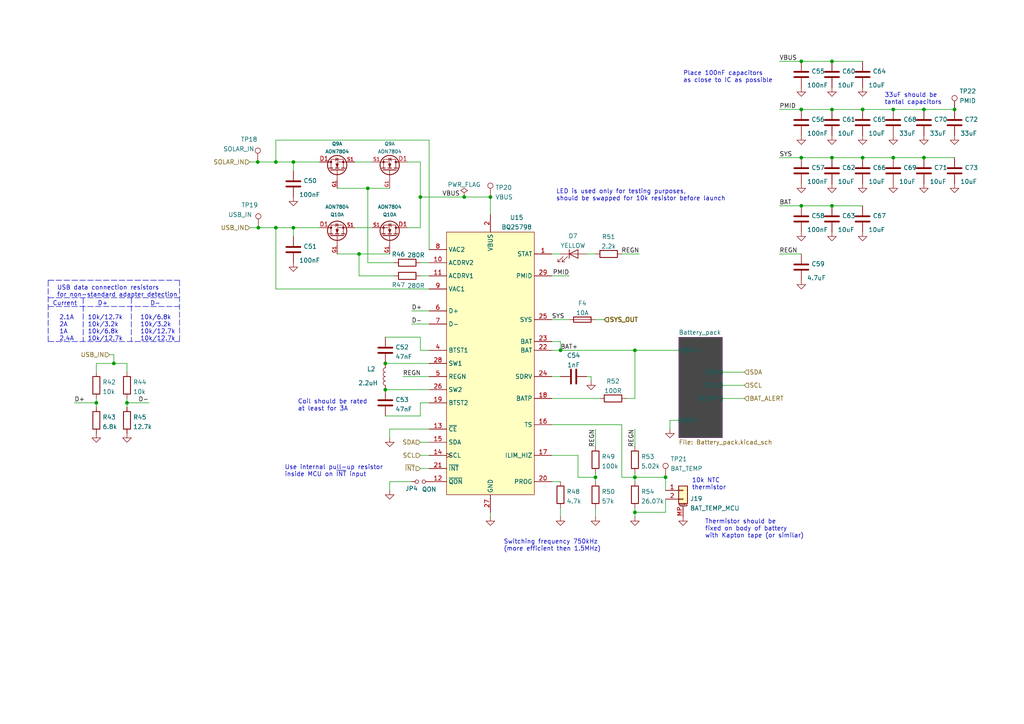
<source format=kicad_sch>
(kicad_sch (version 20210621) (generator eeschema)
  (paper "A4")
  (title_block (title "BUTCube - EPS") (date "2021-06-01") (rev "v1.0") (company "VUT - FIT(STRaDe) & FME(IAE & IPE)") (comment 1 "Author: Petr Malaník"))
  (lib_symbols
    (symbol "Connector:TestPoint" (pin_numbers hide) (pin_names (offset 0.762) hide)
      (property "Reference" "TP" (at 0 6.858 0))
      (property "Value" "TestPoint" (at 0 5.08 0))
      (symbol "TestPoint_0_1"
        (circle (center 0 3.302) (radius 0.762))
      )
      (symbol "TestPoint_1_1"
        (pin passive line (at 0 0 90) (length 2.54) (name "1") (number "1"))
      )
    )
    (symbol "Connector_Generic_MountingPin:Conn_01x02_MountingPin" (pin_names (offset 1.016) hide)
      (property "Reference" "J" (at 0 2.54 0))
      (property "Value" "Conn_01x02_MountingPin" (at 1.27 -5.08 0))
      (symbol "Conn_01x02_MountingPin_1_1"
        (text "Mounting" (at 0 -4.191 0) (effects (font (size 0.381 0.381))))
        (rectangle (start -1.27 -2.413) (end 0 -2.667) (stroke (width 0.1524)))
        (rectangle (start -1.27 0.127) (end 0 -0.127) (stroke (width 0.1524)))
        (rectangle (start -1.27 1.27) (end 1.27 -3.81) (stroke (width 0.254)) (fill (type background)))
        (polyline (pts (xy -1.016 -4.572) (xy 1.016 -4.572)) (stroke (width 0.1524)))
        (pin passive line (at -5.08 0 0) (length 3.81) (name "Pin_1") (number "1"))
        (pin passive line (at -5.08 -2.54 0) (length 3.81) (name "Pin_2") (number "2"))
        (pin passive line (at 0 -7.62 90) (length 3.048) (name "MountPin") (number "MP"))
      )
    )
    (symbol "Device:C" (pin_numbers hide) (pin_names (offset 0.254))
      (property "Reference" "C" (at 0.635 2.54 0))
      (property "Value" "C" (at 0.635 -2.54 0))
      (symbol "C_0_1"
        (polyline (pts (xy -2.032 -0.762) (xy 2.032 -0.762)) (stroke (width 0.508)))
        (polyline (pts (xy -2.032 0.762) (xy 2.032 0.762)) (stroke (width 0.508)))
      )
      (symbol "C_1_1"
        (pin passive line (at 0 3.81 270) (length 2.794) (name "~") (number "1"))
        (pin passive line (at 0 -3.81 90) (length 2.794) (name "~") (number "2"))
      )
    )
    (symbol "Device:Fuse" (pin_numbers hide) (pin_names (offset 0))
      (property "Reference" "F" (at 2.032 0 90))
      (property "Value" "Fuse" (at -1.905 0 90))
      (symbol "Fuse_0_1"
        (rectangle (start -0.762 -2.54) (end 0.762 2.54) (stroke (width 0.254)))
        (polyline (pts (xy 0 2.54) (xy 0 -2.54)))
      )
      (symbol "Fuse_1_1"
        (pin passive line (at 0 3.81 270) (length 1.27) (name "~") (number "1"))
        (pin passive line (at 0 -3.81 90) (length 1.27) (name "~") (number "2"))
      )
    )
    (symbol "Device:Jumper_NO_Small" (pin_numbers hide) (pin_names (offset 0.762) hide)
      (property "Reference" "JP" (at 0 2.032 0))
      (property "Value" "Jumper_NO_Small" (at 0.254 -1.524 0))
      (symbol "Jumper_NO_Small_0_1"
        (circle (center -1.016 0) (radius 0.508))
        (circle (center 1.016 0) (radius 0.508))
        (pin passive line (at -2.54 0 0) (length 1.016) (name "1") (number "1"))
        (pin passive line (at 2.54 0 180) (length 1.016) (name "2") (number "2"))
      )
    )
    (symbol "Device:L" (pin_numbers hide) (pin_names (offset 1.016) hide)
      (property "Reference" "L" (at -1.27 0 90))
      (property "Value" "L" (at 1.905 0 90))
      (symbol "L_0_1"
        (arc (start 0 -2.54) (end 0 -1.27) (radius (at 0 -1.905) (length 0.635) (angles -89.9 89.9)))
        (arc (start 0 -1.27) (end 0 0) (radius (at 0 -0.635) (length 0.635) (angles -89.9 89.9)))
        (arc (start 0 0) (end 0 1.27) (radius (at 0 0.635) (length 0.635) (angles -89.9 89.9)))
        (arc (start 0 1.27) (end 0 2.54) (radius (at 0 1.905) (length 0.635) (angles -89.9 89.9)))
      )
      (symbol "L_1_1"
        (pin passive line (at 0 3.81 270) (length 1.27) (name "1") (number "1"))
        (pin passive line (at 0 -3.81 90) (length 1.27) (name "2") (number "2"))
      )
    )
    (symbol "Device:LED" (pin_numbers hide) (pin_names (offset 1.016) hide)
      (property "Reference" "D" (at 0 2.54 0))
      (property "Value" "LED" (at 0 -2.54 0))
      (symbol "LED_0_1"
        (polyline (pts (xy -1.27 -1.27) (xy -1.27 1.27)) (stroke (width 0.2032)))
        (polyline (pts (xy -1.27 0) (xy 1.27 0)))
        (polyline (pts (xy 1.27 -1.27) (xy 1.27 1.27) (xy -1.27 0) (xy 1.27 -1.27)) (stroke (width 0.2032)))
        (polyline (pts (xy -3.048 -0.762) (xy -4.572 -2.286) (xy -3.81 -2.286) (xy -4.572 -2.286) (xy -4.572 -1.524)))
        (polyline (pts (xy -1.778 -0.762) (xy -3.302 -2.286) (xy -2.54 -2.286) (xy -3.302 -2.286) (xy -3.302 -1.524)))
      )
      (symbol "LED_1_1"
        (pin passive line (at -3.81 0 0) (length 2.54) (name "K") (number "1"))
        (pin passive line (at 3.81 0 180) (length 2.54) (name "A") (number "2"))
      )
    )
    (symbol "Device:R" (pin_numbers hide) (pin_names (offset 0))
      (property "Reference" "R" (at 2.032 0 90))
      (property "Value" "R" (at 0 0 90))
      (symbol "R_0_1"
        (rectangle (start -1.016 -2.54) (end 1.016 2.54) (stroke (width 0.254)))
      )
      (symbol "R_1_1"
        (pin passive line (at 0 3.81 270) (length 1.27) (name "~") (number "1"))
        (pin passive line (at 0 -3.81 90) (length 1.27) (name "~") (number "2"))
      )
    )
    (symbol "TCY_battery_management:BQ25798"
      (property "Reference" "U" (at 0 6.35 0))
      (property "Value" "BQ25798" (at 0 10.16 0))
      (symbol "BQ25798_0_1"
        (rectangle (start -12.7 38.1) (end 12.7 -38.1) (stroke (width 0.1524)) (fill (type background)))
      )
      (symbol "BQ25798_1_1"
        (pin output line (at 17.78 31.75 180) (length 5.08) (name "STAT") (number "1"))
        (pin output line (at -17.78 29.21 0) (length 5.08) (name "ACDRV2") (number "10"))
        (pin output line (at -17.78 25.4 0) (length 5.08) (name "ACDRV1") (number "11"))
        (pin input line (at -17.78 -34.29 0) (length 5.08) (name "~{QON}") (number "12"))
        (pin input line (at -17.78 -19.05 0) (length 5.08) (name "~{CE}") (number "13"))
        (pin input clock (at -17.78 -26.67 0) (length 5.08) (name "SCL") (number "14"))
        (pin bidirectional line (at -17.78 -22.86 0) (length 5.08) (name "SDA") (number "15"))
        (pin input line (at 17.78 -17.78 180) (length 5.08) (name "TS") (number "16"))
        (pin input line (at 17.78 -26.67 180) (length 5.08) (name "ILIM_HIZ") (number "17"))
        (pin input line (at 17.78 -10.16 180) (length 5.08) (name "BATP") (number "18"))
        (pin passive line (at -17.78 -11.43 0) (length 5.08) (name "BTST2") (number "19"))
        (pin power_in line (at 0 43.18 270) (length 5.08) (name "VBUS") (number "2"))
        (pin input line (at 17.78 -34.29 180) (length 5.08) (name "PROG") (number "20"))
        (pin output line (at -17.78 -30.48 0) (length 5.08) (name "~{INT}") (number "21"))
        (pin power_in line (at 17.78 3.81 180) (length 5.08) (name "BAT") (number "22"))
        (pin power_in line (at 17.78 6.35 180) (length 5.08) (name "BAT") (number "23"))
        (pin output line (at 17.78 -3.81 180) (length 5.08) (name "SDRV") (number "24"))
        (pin power_out line (at 17.78 12.7 180) (length 5.08) (name "SYS") (number "25"))
        (pin passive line (at -17.78 -7.62 0) (length 5.08) (name "SW2") (number "26"))
        (pin passive line (at 0 -43.18 90) (length 5.08) (name "GND") (number "27"))
        (pin passive line (at -17.78 0 0) (length 5.08) (name "SW1") (number "28"))
        (pin power_out line (at 17.78 25.4 180) (length 5.08) (name "PMID") (number "29"))
        (pin power_in line (at 0 43.18 270) (length 5.08) hide (name "VBUS") (number "3"))
        (pin passive line (at -17.78 3.81 0) (length 5.08) (name "BTST1") (number "4"))
        (pin passive line (at -17.78 -3.81 0) (length 5.08) (name "REGN") (number "5"))
        (pin bidirectional line (at -17.78 15.24 0) (length 5.08) (name "D+") (number "6"))
        (pin bidirectional line (at -17.78 11.43 0) (length 5.08) (name "D-") (number "7"))
        (pin power_in line (at -17.78 33.02 0) (length 5.08) (name "VAC2") (number "8"))
        (pin power_in line (at -17.78 21.59 0) (length 5.08) (name "VAC1") (number "9"))
      )
    )
    (symbol "TCY_transistors:AON7804" (pin_names hide)
      (property "Reference" "Q" (at 7.62 1.27 0))
      (property "Value" "AON7804" (at 7.62 -1.27 0))
      (symbol "AON7804_0_1"
        (circle (center 1.651 0) (radius 2.794) (stroke (width 0.254)))
        (circle (center 2.54 -1.778) (radius 0.254) (fill (type outline)))
        (circle (center 2.54 1.778) (radius 0.254) (fill (type outline)))
        (polyline (pts (xy 0.254 0) (xy -2.54 0)))
        (polyline (pts (xy 0.254 1.905) (xy 0.254 -1.905)) (stroke (width 0.254)))
        (polyline (pts (xy 0.762 -1.27) (xy 0.762 -2.286)) (stroke (width 0.254)))
        (polyline (pts (xy 0.762 0.508) (xy 0.762 -0.508)) (stroke (width 0.254)))
        (polyline (pts (xy 0.762 2.286) (xy 0.762 1.27)) (stroke (width 0.254)))
        (polyline (pts (xy 2.54 2.54) (xy 2.54 1.778)))
        (polyline (pts (xy 2.54 2.54) (xy 2.54 1.778)))
        (polyline (pts (xy 2.54 -2.54) (xy 2.54 0) (xy 0.762 0)))
        (polyline (pts (xy 0.762 -1.778) (xy 3.302 -1.778) (xy 3.302 1.778) (xy 0.762 1.778)))
        (polyline (pts (xy 2.794 0.508) (xy 2.921 0.381) (xy 3.683 0.381) (xy 3.81 0.254)))
        (polyline (pts (xy 3.302 0.381) (xy 2.921 -0.254) (xy 3.683 -0.254) (xy 3.302 0.381)))
        (polyline (pts (xy 1.016 0) (xy 2.032 0.381) (xy 2.032 -0.381) (xy 1.016 0)) (fill (type outline)))
      )
      (symbol "AON7804_1_1"
        (pin passive line (at 2.54 5.08 270) (length 2.54) (name "D2") (number "D1"))
        (pin passive line (at 2.54 5.08 270) (length 2.54) hide (name "D2") (number "D1"))
        (pin passive line (at -5.08 0 0) (length 2.54) (name "G1") (number "G1"))
        (pin passive line (at 2.54 -5.08 90) (length 2.54) (name "S") (number "S1"))
      )
      (symbol "AON7804_2_1"
        (pin passive line (at 2.54 5.08 270) (length 2.54) (name "D2") (number "D2"))
        (pin passive line (at 2.54 5.08 270) (length 2.54) hide (name "D2") (number "D2"))
        (pin passive line (at -5.08 0 0) (length 2.54) (name "G2") (number "G2"))
        (pin passive line (at 2.54 -5.08 90) (length 2.54) (name "S2") (number "S2"))
      )
    )
    (symbol "power:GND" (power) (pin_names (offset 0))
      (property "Value" "GND" (at 0 -3.81 0))
      (symbol "GND_0_1"
        (polyline (pts (xy 0 0) (xy 0 -1.27) (xy 1.27 -1.27) (xy 0 -2.54) (xy -1.27 -1.27) (xy 0 -1.27)))
      )
      (symbol "GND_1_1"
        (pin power_in line (at 0 0 270) (length 0) hide (name "GND") (number "1"))
      )
    )
    (symbol "power:PWR_FLAG" (power) (pin_numbers hide) (pin_names (offset 0) hide)
      (property "Value" "PWR_FLAG" (at 0 3.81 0))
      (symbol "PWR_FLAG_0_0"
        (pin power_out line (at 0 0 90) (length 0) (name "pwr") (number "1"))
      )
      (symbol "PWR_FLAG_0_1"
        (polyline (pts (xy 0 0) (xy 0 1.27) (xy -1.016 1.905) (xy 0 2.54) (xy 1.016 1.905) (xy 0 1.27)))
      )
    )
  )
  (junction (at 27.94 116.84) (diameter 0.9144))
  (junction (at 33.02 105.41) (diameter 0.9144))
  (junction (at 36.83 116.84) (diameter 0.9144))
  (junction (at 74.7583 46.99) (diameter 0.9144))
  (junction (at 74.93 66.04) (diameter 0.9144))
  (junction (at 80.01 46.99) (diameter 0.9144))
  (junction (at 80.01 66.04) (diameter 0.9144))
  (junction (at 85.09 46.99) (diameter 0.9144))
  (junction (at 85.09 66.04) (diameter 0.9144))
  (junction (at 104.14 73.66) (diameter 0.9144))
  (junction (at 106.68 54.61) (diameter 0.9144))
  (junction (at 111.76 105.41) (diameter 0.9144))
  (junction (at 111.76 113.03) (diameter 0.9144))
  (junction (at 121.92 57.15) (diameter 0.9144))
  (junction (at 134.62 57.15) (diameter 0.9144))
  (junction (at 142.24 57.15) (diameter 0.9144))
  (junction (at 162.56 101.6) (diameter 0.9144))
  (junction (at 172.72 138.43) (diameter 0.9144))
  (junction (at 184.15 101.6) (diameter 0.9144))
  (junction (at 184.15 138.43) (diameter 0.9144))
  (junction (at 184.15 148.59) (diameter 0.9144))
  (junction (at 193.04 138.43) (diameter 0.9144))
  (junction (at 232.41 17.78) (diameter 0.9144))
  (junction (at 232.41 31.75) (diameter 0.9144))
  (junction (at 232.41 45.72) (diameter 0.9144))
  (junction (at 232.41 59.69) (diameter 0.9144))
  (junction (at 241.3 17.78) (diameter 0.9144))
  (junction (at 241.3 31.75) (diameter 0.9144))
  (junction (at 241.3 45.72) (diameter 0.9144))
  (junction (at 241.3 59.69) (diameter 0.9144))
  (junction (at 250.19 31.75) (diameter 0.9144))
  (junction (at 250.19 45.72) (diameter 0.9144))
  (junction (at 259.08 31.75) (diameter 0.9144))
  (junction (at 259.08 45.72) (diameter 0.9144))
  (junction (at 267.97 31.75) (diameter 0.9144))
  (junction (at 267.97 45.72) (diameter 0.9144))
  (junction (at 276.86 31.75) (diameter 0.9144))
  (wire (pts (xy 21.59 116.84) (xy 27.94 116.84)))
  (wire (pts (xy 27.94 105.41) (xy 27.94 107.95)))
  (wire (pts (xy 27.94 115.57) (xy 27.94 116.84)))
  (wire (pts (xy 27.94 116.84) (xy 27.94 118.11)))
  (wire (pts (xy 31.75 102.87) (xy 33.02 102.87)))
  (wire (pts (xy 33.02 102.87) (xy 33.02 105.41)))
  (wire (pts (xy 33.02 105.41) (xy 27.94 105.41)))
  (wire (pts (xy 33.02 105.41) (xy 36.83 105.41)))
  (wire (pts (xy 36.83 105.41) (xy 36.83 107.95)))
  (wire (pts (xy 36.83 115.57) (xy 36.83 116.84)))
  (wire (pts (xy 36.83 116.84) (xy 36.83 118.11)))
  (wire (pts (xy 36.83 116.84) (xy 43.18 116.84)))
  (wire (pts (xy 72.39 46.99) (xy 74.7583 46.99)))
  (wire (pts (xy 72.39 66.04) (xy 74.93 66.04)))
  (wire (pts (xy 74.7583 46.99) (xy 80.01 46.99)))
  (wire (pts (xy 74.93 66.04) (xy 80.01 66.04)))
  (wire (pts (xy 80.01 40.64) (xy 80.01 46.99)))
  (wire (pts (xy 80.01 40.64) (xy 124.46 40.64)))
  (wire (pts (xy 80.01 46.99) (xy 85.09 46.99)))
  (wire (pts (xy 80.01 66.04) (xy 80.01 83.82)))
  (wire (pts (xy 80.01 66.04) (xy 85.09 66.04)))
  (wire (pts (xy 85.09 46.99) (xy 85.09 49.53)))
  (wire (pts (xy 85.09 46.99) (xy 92.71 46.99)))
  (wire (pts (xy 85.09 66.04) (xy 85.09 68.58)))
  (wire (pts (xy 85.09 66.04) (xy 92.71 66.04)))
  (wire (pts (xy 97.79 54.61) (xy 106.68 54.61)))
  (wire (pts (xy 97.79 73.66) (xy 104.14 73.66)))
  (wire (pts (xy 102.87 46.99) (xy 107.95 46.99)))
  (wire (pts (xy 102.87 66.04) (xy 107.95 66.04)))
  (wire (pts (xy 104.14 73.66) (xy 104.14 80.01)))
  (wire (pts (xy 104.14 73.66) (xy 113.03 73.66)))
  (wire (pts (xy 104.14 80.01) (xy 114.3 80.01)))
  (wire (pts (xy 106.68 54.61) (xy 106.68 76.2)))
  (wire (pts (xy 106.68 54.61) (xy 113.03 54.61)))
  (wire (pts (xy 106.68 76.2) (xy 114.3 76.2)))
  (wire (pts (xy 111.76 97.79) (xy 121.92 97.79)))
  (wire (pts (xy 111.76 105.41) (xy 124.46 105.41)))
  (wire (pts (xy 111.76 113.03) (xy 124.46 113.03)))
  (wire (pts (xy 111.76 120.65) (xy 121.92 120.65)))
  (wire (pts (xy 113.03 124.46) (xy 113.03 127)))
  (wire (pts (xy 113.03 139.7) (xy 113.03 142.24)))
  (wire (pts (xy 116.84 109.22) (xy 124.46 109.22)))
  (wire (pts (xy 118.11 46.99) (xy 121.92 46.99)))
  (wire (pts (xy 118.11 66.04) (xy 121.92 66.04)))
  (wire (pts (xy 119.38 90.17) (xy 124.46 90.17)))
  (wire (pts (xy 119.38 93.98) (xy 124.46 93.98)))
  (wire (pts (xy 119.38 139.7) (xy 113.03 139.7)))
  (wire (pts (xy 121.92 46.99) (xy 121.92 57.15)))
  (wire (pts (xy 121.92 57.15) (xy 134.62 57.15)))
  (wire (pts (xy 121.92 66.04) (xy 121.92 57.15)))
  (wire (pts (xy 121.92 76.2) (xy 124.46 76.2)))
  (wire (pts (xy 121.92 80.01) (xy 124.46 80.01)))
  (wire (pts (xy 121.92 101.6) (xy 121.92 97.79)))
  (wire (pts (xy 121.92 116.84) (xy 121.92 120.65)))
  (wire (pts (xy 121.92 128.27) (xy 124.46 128.27)))
  (wire (pts (xy 121.92 132.08) (xy 124.46 132.08)))
  (wire (pts (xy 121.92 135.89) (xy 124.46 135.89)))
  (wire (pts (xy 124.46 40.64) (xy 124.46 72.39)))
  (wire (pts (xy 124.46 83.82) (xy 80.01 83.82)))
  (wire (pts (xy 124.46 101.6) (xy 121.92 101.6)))
  (wire (pts (xy 124.46 116.84) (xy 121.92 116.84)))
  (wire (pts (xy 124.46 124.46) (xy 113.03 124.46)))
  (wire (pts (xy 134.62 57.15) (xy 142.24 57.15)))
  (wire (pts (xy 142.24 57.15) (xy 142.24 62.23)))
  (wire (pts (xy 142.24 148.59) (xy 142.24 149.86)))
  (wire (pts (xy 160.02 73.66) (xy 162.56 73.66)))
  (wire (pts (xy 160.02 80.01) (xy 165.1 80.01)))
  (wire (pts (xy 160.02 92.71) (xy 165.1 92.71)))
  (wire (pts (xy 160.02 99.06) (xy 162.56 99.06)))
  (wire (pts (xy 160.02 101.6) (xy 162.56 101.6)))
  (wire (pts (xy 160.02 109.22) (xy 162.56 109.22)))
  (wire (pts (xy 160.02 115.57) (xy 173.99 115.57)))
  (wire (pts (xy 160.02 123.19) (xy 180.34 123.19)))
  (wire (pts (xy 160.02 139.7) (xy 162.56 139.7)))
  (wire (pts (xy 162.56 99.06) (xy 162.56 101.6)))
  (wire (pts (xy 162.56 101.6) (xy 184.15 101.6)))
  (wire (pts (xy 162.56 147.32) (xy 162.56 149.86)))
  (wire (pts (xy 167.64 132.08) (xy 160.02 132.08)))
  (wire (pts (xy 167.64 138.43) (xy 167.64 132.08)))
  (wire (pts (xy 167.64 138.43) (xy 172.72 138.43)))
  (wire (pts (xy 170.18 73.66) (xy 172.72 73.66)))
  (wire (pts (xy 170.18 109.22) (xy 171.45 109.22)))
  (wire (pts (xy 171.45 109.22) (xy 171.45 110.49)))
  (wire (pts (xy 172.72 92.71) (xy 175.26 92.71)))
  (wire (pts (xy 172.72 124.46) (xy 172.72 129.54)))
  (wire (pts (xy 172.72 137.16) (xy 172.72 138.43)))
  (wire (pts (xy 172.72 138.43) (xy 172.72 139.7)))
  (wire (pts (xy 172.72 147.32) (xy 172.72 149.86)))
  (wire (pts (xy 180.34 73.66) (xy 185.42 73.66)))
  (wire (pts (xy 180.34 138.43) (xy 180.34 123.19)))
  (wire (pts (xy 181.61 115.57) (xy 184.15 115.57)))
  (wire (pts (xy 184.15 101.6) (xy 196.85 101.6)))
  (wire (pts (xy 184.15 115.57) (xy 184.15 101.6)))
  (wire (pts (xy 184.15 124.46) (xy 184.15 129.54)))
  (wire (pts (xy 184.15 137.16) (xy 184.15 138.43)))
  (wire (pts (xy 184.15 138.43) (xy 180.34 138.43)))
  (wire (pts (xy 184.15 138.43) (xy 184.15 139.7)))
  (wire (pts (xy 184.15 138.43) (xy 193.04 138.43)))
  (wire (pts (xy 184.15 147.32) (xy 184.15 148.59)))
  (wire (pts (xy 184.15 148.59) (xy 184.15 149.86)))
  (wire (pts (xy 184.15 148.59) (xy 193.04 148.59)))
  (wire (pts (xy 193.04 142.24) (xy 193.04 138.43)))
  (wire (pts (xy 193.04 144.78) (xy 193.04 148.59)))
  (wire (pts (xy 194.31 121.92) (xy 194.31 124.46)))
  (wire (pts (xy 196.85 121.92) (xy 194.31 121.92)))
  (wire (pts (xy 209.55 107.95) (xy 215.9 107.95)))
  (wire (pts (xy 209.55 111.76) (xy 215.9 111.76)))
  (wire (pts (xy 209.55 115.57) (xy 215.9 115.57)))
  (wire (pts (xy 226.06 17.78) (xy 232.41 17.78)))
  (wire (pts (xy 226.06 31.75) (xy 232.41 31.75)))
  (wire (pts (xy 226.06 45.72) (xy 232.41 45.72)))
  (wire (pts (xy 226.06 59.69) (xy 232.41 59.69)))
  (wire (pts (xy 226.06 73.66) (xy 232.41 73.66)))
  (wire (pts (xy 232.41 17.78) (xy 241.3 17.78)))
  (wire (pts (xy 232.41 31.75) (xy 241.3 31.75)))
  (wire (pts (xy 232.41 45.72) (xy 241.3 45.72)))
  (wire (pts (xy 232.41 59.69) (xy 241.3 59.69)))
  (wire (pts (xy 241.3 17.78) (xy 250.19 17.78)))
  (wire (pts (xy 241.3 31.75) (xy 250.19 31.75)))
  (wire (pts (xy 241.3 45.72) (xy 250.19 45.72)))
  (wire (pts (xy 241.3 59.69) (xy 250.19 59.69)))
  (wire (pts (xy 250.19 31.75) (xy 259.08 31.75)))
  (wire (pts (xy 250.19 45.72) (xy 259.08 45.72)))
  (wire (pts (xy 259.08 31.75) (xy 267.97 31.75)))
  (wire (pts (xy 259.08 45.72) (xy 267.97 45.72)))
  (wire (pts (xy 267.97 31.75) (xy 276.86 31.75)))
  (wire (pts (xy 267.97 45.72) (xy 276.86 45.72)))
  (polyline (pts (xy 13.97 81.28) (xy 52.07 81.28)) (stroke (width 0) (type dash)))
  (polyline (pts (xy 13.97 86.36) (xy 52.07 86.36)) (stroke (width 0) (type dash)))
  (polyline (pts (xy 13.97 88.9) (xy 52.07 88.9)) (stroke (width 0) (type dash)))
  (polyline (pts (xy 13.97 99.06) (xy 13.97 81.28)) (stroke (width 0) (type dash)))
  (polyline (pts (xy 13.97 99.06) (xy 52.07 99.06)) (stroke (width 0) (type dash)))
  (polyline (pts (xy 24.13 86.36) (xy 24.13 99.06)) (stroke (width 0) (type dash)))
  (polyline (pts (xy 38.1 86.36) (xy 38.1 99.06)) (stroke (width 0) (type dash)))
  (polyline (pts (xy 52.07 81.28) (xy 52.07 99.06)) (stroke (width 0) (type dash)))
  (text "Current\n\n  2.1A\n  2A\n  1A\n  2.4A" (at 15.24 99.06 0) (effects (font (size 1.27 1.27)) (justify left bottom)))
  (text "USB data connection resistors\nfor non-standard adapter detection" (at 16.51 86.36 0) (effects (font (size 1.27 1.27)) (justify left bottom)))
  (text "   D+\n\n10k/12.7k\n10k/3.2k\n10k/6.8k\n10k/12.7k" (at 25.4 99.06 0) (effects (font (size 1.27 1.27)) (justify left bottom)))
  (text "   D-\n\n10k/6.8k\n10k/3.2k\n10k/12.7k\n10k/12.7k" (at 40.64 99.06 0) (effects (font (size 1.27 1.27)) (justify left bottom)))
  (text "Use internal pull-up resistor\ninside MCU on ~{INT} input" (at 82.55 138.43 0) (effects (font (size 1.27 1.27)) (justify left bottom)))
  (text "Coil should be rated\nat least for 3A" (at 86.36 119.38 0) (effects (font (size 1.27 1.27)) (justify left bottom)))
  (text "Switching frequency 750kHz\n(more efficient then 1.5MHz)" (at 146.05 160.02 0) (effects (font (size 1.27 1.27)) (justify left bottom)))
  (text "LED is used only for testing purposes,\nshould be swapped for 10k resistor before launch" (at 161.29 58.42 0) (effects (font (size 1.27 1.27)) (justify left bottom)))
  (text "Place 100nF capacitors\nas close to IC as possible" (at 198.12 24.13 0) (effects (font (size 1.27 1.27)) (justify left bottom)))
  (text "10k NTC\nthermistor" (at 200.66 142.24 0) (effects (font (size 1.27 1.27)) (justify left bottom)))
  (text "Thermistor should be\nfixed on body of battery\nwith Kapton tape (or similar)" (at 204.47 156.21 0) (effects (font (size 1.27 1.27)) (justify left bottom)))
  (text "33uF should be\ntantal capacitors" (at 256.54 30.48 0) (effects (font (size 1.27 1.27)) (justify left bottom)))
  (label "D+" (at 21.59 116.84 0))
  (label "D-" (at 43.18 116.84 180))
  (label "REGN" (at 116.84 109.22 0))
  (label "D+" (at 119.38 90.17 0))
  (label "D-" (at 119.38 93.98 0))
  (label "VBUS" (at 128.27 57.15 0))
  (label "SYS" (at 160.02 92.71 0))
  (label "BAT+" (at 162.56 101.6 0))
  (label "PMID" (at 165.1 80.01 180))
  (label "REGN" (at 172.72 124.46 270))
  (label "REGN" (at 184.15 124.46 270))
  (label "REGN" (at 185.42 73.66 180))
  (label "VBUS" (at 226.06 17.78 0))
  (label "PMID" (at 226.06 31.75 0))
  (label "SYS" (at 226.06 45.72 0))
  (label "BAT" (at 226.06 59.69 0))
  (label "REGN" (at 226.06 73.66 0))
  (hierarchical_label "USB_IN" (shape input) (at 31.75 102.87 180))
  (hierarchical_label "SOLAR_IN" (shape input) (at 72.39 46.99 180))
  (hierarchical_label "USB_IN" (shape input) (at 72.39 66.04 180))
  (hierarchical_label "SDA" (shape input) (at 121.92 128.27 180))
  (hierarchical_label "SCL" (shape input) (at 121.92 132.08 180))
  (hierarchical_label "~{INT}" (shape input) (at 121.92 135.89 180))
  (hierarchical_label "SYS_OUT" (shape input) (at 175.26 92.71 0) (effects (font (thickness 0.254))))
  (hierarchical_label "SDA" (shape input) (at 215.9 107.95 0))
  (hierarchical_label "SCL" (shape input) (at 215.9 111.76 0))
  (hierarchical_label "BAT_ALERT" (shape input) (at 215.9 115.57 0))
  (symbol (lib_id "power:PWR_FLAG") (at 134.62 57.15 0)
    (property "Reference" "#FLG011" (effects hide))
    (property "Value" "PWR_FLAG" (at 134.62 53.5454 0))
  )
  (symbol (lib_id "Device:Jumper_NO_Small") (at 121.92 139.7 0)
    (property "Reference" "JP4" (at 119.38 141.7024 0))
    (property "Value" "QON" (at 124.46 141.9375 0))
    (property "Footprint" "Jumper:SolderJumper-2_P1.3mm_Open_RoundedPad1.0x1.5mm" (effects hide))
  )
  (symbol (lib_id "Connector:TestPoint") (at 74.7583 46.99 0)
    (property "Reference" "TP18" (at 69.8054 40.43 0) (effects (justify left)))
    (property "Value" "SOLAR_IN" (at 64.7254 43.2051 0) (effects (justify left)))
    (property "Footprint" "TCY_connectors:TestPoint_Pad_D0.5mm" (effects hide))
  )
  (symbol (lib_id "Connector:TestPoint") (at 74.93 66.04 0)
    (property "Reference" "TP19" (at 69.9771 59.48 0) (effects (justify left)))
    (property "Value" "USB_IN" (at 66.1671 62.2551 0) (effects (justify left)))
    (property "Footprint" "TCY_connectors:TestPoint_Pad_D0.5mm" (effects hide))
  )
  (symbol (lib_id "Connector:TestPoint") (at 142.24 57.15 0)
    (property "Reference" "TP20" (at 143.6371 54.4 0) (effects (justify left)))
    (property "Value" "VBUS" (at 143.6371 57.1751 0) (effects (justify left)))
    (property "Footprint" "TCY_connectors:TestPoint_Pad_D0.5mm" (effects hide))
  )
  (symbol (lib_id "Connector:TestPoint") (at 193.04 138.43 0)
    (property "Reference" "TP21" (at 194.4371 133.14 0) (effects (justify left)))
    (property "Value" "BAT_TEMP" (at 194.4371 135.9151 0) (effects (justify left)))
    (property "Footprint" "TCY_connectors:TestPoint_Pad_D0.5mm" (effects hide))
  )
  (symbol (lib_id "Connector:TestPoint") (at 276.86 31.75 0)
    (property "Reference" "TP22" (at 278.2571 26.46 0) (effects (justify left)))
    (property "Value" "PMID" (at 278.2571 29.2351 0) (effects (justify left)))
    (property "Footprint" "TCY_connectors:TestPoint_Pad_D0.5mm" (effects hide))
  )
  (symbol (lib_id "power:GND") (at 27.94 125.73 0)
    (property "Reference" "#PWR0120" (effects hide))
    (property "Value" "GND" (effects hide))
  )
  (symbol (lib_id "power:GND") (at 36.83 125.73 0)
    (property "Reference" "#PWR0121" (effects hide))
    (property "Value" "GND" (effects hide))
  )
  (symbol (lib_id "power:GND") (at 85.09 57.15 0)
    (property "Reference" "#PWR0122" (effects hide))
    (property "Value" "GND" (effects hide))
  )
  (symbol (lib_id "power:GND") (at 85.09 76.2 0)
    (property "Reference" "#PWR0123" (effects hide))
    (property "Value" "GND" (effects hide))
  )
  (symbol (lib_id "power:GND") (at 113.03 127 0)
    (property "Reference" "#PWR0124" (effects hide))
    (property "Value" "GND" (effects hide))
  )
  (symbol (lib_id "power:GND") (at 113.03 142.24 0)
    (property "Reference" "#PWR0125" (effects hide))
    (property "Value" "GND" (effects hide))
  )
  (symbol (lib_id "power:GND") (at 142.24 149.86 0)
    (property "Reference" "#PWR0126" (effects hide))
    (property "Value" "GND" (effects hide))
  )
  (symbol (lib_id "power:GND") (at 162.56 149.86 0)
    (property "Reference" "#PWR0127" (effects hide))
    (property "Value" "GND" (effects hide))
  )
  (symbol (lib_id "power:GND") (at 171.45 110.49 0)
    (property "Reference" "#PWR0128" (effects hide))
    (property "Value" "GND" (effects hide))
  )
  (symbol (lib_id "power:GND") (at 172.72 149.86 0)
    (property "Reference" "#PWR0129" (effects hide))
    (property "Value" "GND" (effects hide))
  )
  (symbol (lib_id "power:GND") (at 184.15 149.86 0)
    (property "Reference" "#PWR0130" (effects hide))
    (property "Value" "GND" (effects hide))
  )
  (symbol (lib_id "power:GND") (at 194.31 124.46 0)
    (property "Reference" "#PWR0131" (effects hide))
    (property "Value" "GND" (effects hide))
  )
  (symbol (lib_id "power:GND") (at 198.12 149.86 0)
    (property "Reference" "#PWR0132" (effects hide))
    (property "Value" "GND" (effects hide))
  )
  (symbol (lib_id "power:GND") (at 232.41 25.4 0)
    (property "Reference" "#PWR0133" (effects hide))
    (property "Value" "GND" (effects hide))
  )
  (symbol (lib_id "power:GND") (at 232.41 39.37 0)
    (property "Reference" "#PWR0134" (effects hide))
    (property "Value" "GND" (effects hide))
  )
  (symbol (lib_id "power:GND") (at 232.41 53.34 0)
    (property "Reference" "#PWR0135" (effects hide))
    (property "Value" "GND" (effects hide))
  )
  (symbol (lib_id "power:GND") (at 232.41 67.31 0)
    (property "Reference" "#PWR0136" (effects hide))
    (property "Value" "GND" (effects hide))
  )
  (symbol (lib_id "power:GND") (at 232.41 81.28 0)
    (property "Reference" "#PWR0137" (effects hide))
    (property "Value" "GND" (effects hide))
  )
  (symbol (lib_id "power:GND") (at 241.3 25.4 0)
    (property "Reference" "#PWR0138" (effects hide))
    (property "Value" "GND" (effects hide))
  )
  (symbol (lib_id "power:GND") (at 241.3 39.37 0)
    (property "Reference" "#PWR0139" (effects hide))
    (property "Value" "GND" (effects hide))
  )
  (symbol (lib_id "power:GND") (at 241.3 53.34 0)
    (property "Reference" "#PWR0140" (effects hide))
    (property "Value" "GND" (effects hide))
  )
  (symbol (lib_id "power:GND") (at 241.3 67.31 0)
    (property "Reference" "#PWR0141" (effects hide))
    (property "Value" "GND" (effects hide))
  )
  (symbol (lib_id "power:GND") (at 250.19 25.4 0)
    (property "Reference" "#PWR0142" (effects hide))
    (property "Value" "GND" (effects hide))
  )
  (symbol (lib_id "power:GND") (at 250.19 39.37 0)
    (property "Reference" "#PWR0143" (effects hide))
    (property "Value" "GND" (effects hide))
  )
  (symbol (lib_id "power:GND") (at 250.19 53.34 0)
    (property "Reference" "#PWR0144" (effects hide))
    (property "Value" "GND" (effects hide))
  )
  (symbol (lib_id "power:GND") (at 250.19 67.31 0)
    (property "Reference" "#PWR0145" (effects hide))
    (property "Value" "GND" (effects hide))
  )
  (symbol (lib_id "power:GND") (at 259.08 39.37 0)
    (property "Reference" "#PWR0146" (effects hide))
    (property "Value" "GND" (effects hide))
  )
  (symbol (lib_id "power:GND") (at 259.08 53.34 0)
    (property "Reference" "#PWR0147" (effects hide))
    (property "Value" "GND" (effects hide))
  )
  (symbol (lib_id "power:GND") (at 267.97 39.37 0)
    (property "Reference" "#PWR0148" (effects hide))
    (property "Value" "GND" (effects hide))
  )
  (symbol (lib_id "power:GND") (at 267.97 53.34 0)
    (property "Reference" "#PWR0149" (effects hide))
    (property "Value" "GND" (effects hide))
  )
  (symbol (lib_id "power:GND") (at 276.86 39.37 0)
    (property "Reference" "#PWR0150" (effects hide))
    (property "Value" "GND" (effects hide))
  )
  (symbol (lib_id "power:GND") (at 276.86 53.34 0)
    (property "Reference" "#PWR0151" (effects hide))
    (property "Value" "GND" (effects hide))
  )
  (symbol (lib_id "Device:L") (at 111.76 109.22 180)
    (property "Reference" "L2" (at 106.4261 107.0415 0) (effects (justify right)))
    (property "Value" "2.2uH" (at 103.8861 111.0866 0) (effects (justify right)))
    (property "Footprint" "Inductor_SMD:L_Taiyo-Yuden_MD-5050" (effects hide))
  )
  (symbol (lib_id "Device:Fuse") (at 168.91 92.71 90)
    (property "Reference" "F4" (at 168.91 87.9814 90))
    (property "Value" "10A" (at 168.91 90.7565 90))
    (property "Footprint" "Fuse:Fuse_1206_3216Metric" (effects hide))
  )
  (symbol (lib_id "Device:R") (at 27.94 111.76 0)
    (property "Reference" "R42" (at 29.7181 110.8515 0) (effects (justify left)))
    (property "Value" "10k" (at 29.7181 113.6266 0) (effects (justify left)))
    (property "Footprint" "TCY_passives:R_0603_1608Metric" (effects hide))
  )
  (symbol (lib_id "Device:R") (at 27.94 121.92 0)
    (property "Reference" "R43" (at 29.7181 121.0115 0) (effects (justify left)))
    (property "Value" "6.8k" (at 29.7181 123.7866 0) (effects (justify left)))
    (property "Footprint" "TCY_passives:R_0603_1608Metric" (effects hide))
  )
  (symbol (lib_id "Device:R") (at 36.83 111.76 0)
    (property "Reference" "R44" (at 38.6081 110.8515 0) (effects (justify left)))
    (property "Value" "10k" (at 38.6081 113.6266 0) (effects (justify left)))
    (property "Footprint" "TCY_passives:R_0603_1608Metric" (effects hide))
  )
  (symbol (lib_id "Device:R") (at 36.83 121.92 0)
    (property "Reference" "R45" (at 38.6081 121.0115 0) (effects (justify left)))
    (property "Value" "12.7k" (at 38.6081 123.7866 0) (effects (justify left)))
    (property "Footprint" "TCY_passives:R_0603_1608Metric" (effects hide))
  )
  (symbol (lib_id "Device:R") (at 118.11 76.2 90)
    (property "Reference" "R46" (at 115.57 73.7574 90))
    (property "Value" "280R" (at 120.65 73.9925 90))
    (property "Footprint" "TCY_passives:R_0603_1608Metric" (effects hide))
  )
  (symbol (lib_id "Device:R") (at 118.11 80.01 90)
    (property "Reference" "R47" (at 115.57 82.6474 90))
    (property "Value" "280R" (at 120.65 82.8825 90))
    (property "Footprint" "TCY_passives:R_0603_1608Metric" (effects hide))
  )
  (symbol (lib_id "Device:R") (at 162.56 143.51 0)
    (property "Reference" "R48" (at 164.3381 142.6015 0) (effects (justify left)))
    (property "Value" "4.7k" (at 164.3381 145.3766 0) (effects (justify left)))
    (property "Footprint" "TCY_passives:R_0603_1608Metric" (effects hide))
  )
  (symbol (lib_id "Device:R") (at 172.72 133.35 0)
    (property "Reference" "R49" (at 174.4981 132.4415 0) (effects (justify left)))
    (property "Value" "100k" (at 174.4981 135.2166 0) (effects (justify left)))
    (property "Footprint" "TCY_passives:R_0603_1608Metric" (effects hide))
  )
  (symbol (lib_id "Device:R") (at 172.72 143.51 0)
    (property "Reference" "R50" (at 174.4981 142.6015 0) (effects (justify left)))
    (property "Value" "57k" (at 174.4981 145.3766 0) (effects (justify left)))
    (property "Footprint" "TCY_passives:R_0603_1608Metric" (effects hide))
  )
  (symbol (lib_id "Device:R") (at 176.53 73.66 90)
    (property "Reference" "R51" (at 176.53 68.6774 90))
    (property "Value" "2.2k" (at 176.53 71.4525 90))
    (property "Footprint" "TCY_passives:R_0603_1608Metric" (effects hide))
  )
  (symbol (lib_id "Device:R") (at 177.8 115.57 90)
    (property "Reference" "R52" (at 177.8 110.5874 90))
    (property "Value" "100R" (at 177.8 113.3625 90))
    (property "Footprint" "TCY_passives:R_0603_1608Metric" (effects hide))
  )
  (symbol (lib_id "Device:R") (at 184.15 133.35 0)
    (property "Reference" "R53" (at 185.9281 132.4415 0) (effects (justify left)))
    (property "Value" "5.02k" (at 185.9281 135.2166 0) (effects (justify left)))
    (property "Footprint" "TCY_passives:R_0603_1608Metric" (effects hide))
  )
  (symbol (lib_id "Device:R") (at 184.15 143.51 0)
    (property "Reference" "R54" (at 185.9281 142.6015 0) (effects (justify left)))
    (property "Value" "26.07k" (at 185.9281 145.3766 0) (effects (justify left)))
    (property "Footprint" "TCY_passives:R_0603_1608Metric" (effects hide))
  )
  (symbol (lib_id "Device:LED") (at 166.37 73.66 0)
    (property "Reference" "D7" (at 166.1795 68.4488 0))
    (property "Value" "YELLOW" (at 166.1795 71.2239 0))
    (property "Footprint" "LED_SMD:LED_0603_1608Metric_Castellated" (effects hide))
  )
  (symbol (lib_id "Device:C") (at 85.09 53.34 0)
    (property "Reference" "C50" (at 88.0111 52.4315 0) (effects (justify left)))
    (property "Value" "100nF" (at 86.7411 56.4766 0) (effects (justify left)))
    (property "Footprint" "TCY_passives:C_0603_1608Metric" (effects hide))
  )
  (symbol (lib_id "Device:C") (at 85.09 72.39 0)
    (property "Reference" "C51" (at 88.0111 71.4815 0) (effects (justify left)))
    (property "Value" "100nF" (at 86.7411 75.5266 0) (effects (justify left)))
    (property "Footprint" "TCY_passives:C_0603_1608Metric" (effects hide))
  )
  (symbol (lib_id "Device:C") (at 111.76 101.6 0)
    (property "Reference" "C52" (at 114.6811 100.6915 0) (effects (justify left)))
    (property "Value" "47nF" (at 114.6811 103.4666 0) (effects (justify left)))
    (property "Footprint" "TCY_passives:C_0603_1608Metric" (effects hide))
  )
  (symbol (lib_id "Device:C") (at 111.76 116.84 0)
    (property "Reference" "C53" (at 114.6811 115.9315 0) (effects (justify left)))
    (property "Value" "47nF" (at 114.6811 118.7066 0) (effects (justify left)))
    (property "Footprint" "TCY_passives:C_0603_1608Metric" (effects hide))
  )
  (symbol (lib_id "Device:C") (at 166.37 109.22 90)
    (property "Reference" "C54" (at 166.37 103.0944 90))
    (property "Value" "1nF" (at 166.37 105.8695 90))
    (property "Footprint" "TCY_passives:C_0603_1608Metric" (effects hide))
  )
  (symbol (lib_id "Device:C") (at 232.41 21.59 0)
    (property "Reference" "C55" (at 235.3311 20.6815 0) (effects (justify left)))
    (property "Value" "100nF" (at 234.0611 24.7266 0) (effects (justify left)))
    (property "Footprint" "TCY_passives:C_0603_1608Metric" (effects hide))
  )
  (symbol (lib_id "Device:C") (at 232.41 35.56 0)
    (property "Reference" "C56" (at 235.3311 34.6515 0) (effects (justify left)))
    (property "Value" "100nF" (at 234.0611 38.6966 0) (effects (justify left)))
    (property "Footprint" "TCY_passives:C_0603_1608Metric" (effects hide))
  )
  (symbol (lib_id "Device:C") (at 232.41 49.53 0)
    (property "Reference" "C57" (at 235.3311 48.6215 0) (effects (justify left)))
    (property "Value" "100nF" (at 234.0611 52.6666 0) (effects (justify left)))
    (property "Footprint" "TCY_passives:C_0603_1608Metric" (effects hide))
  )
  (symbol (lib_id "Device:C") (at 232.41 63.5 0)
    (property "Reference" "C58" (at 235.3311 62.5915 0) (effects (justify left)))
    (property "Value" "100nF" (at 234.0611 66.6366 0) (effects (justify left)))
    (property "Footprint" "TCY_passives:C_0603_1608Metric" (effects hide))
  )
  (symbol (lib_id "Device:C") (at 232.41 77.47 0)
    (property "Reference" "C59" (at 235.3311 76.5615 0) (effects (justify left)))
    (property "Value" "4.7uF" (at 234.0611 80.6066 0) (effects (justify left)))
    (property "Footprint" "TCY_passives:C_0603_1608Metric" (effects hide))
  )
  (symbol (lib_id "Device:C") (at 241.3 21.59 0)
    (property "Reference" "C60" (at 244.2211 20.6815 0) (effects (justify left)))
    (property "Value" "10uF" (at 242.9511 24.7266 0) (effects (justify left)))
    (property "Footprint" "TCY_passives:C_0805_2012Metric" (effects hide))
  )
  (symbol (lib_id "Device:C") (at 241.3 35.56 0)
    (property "Reference" "C61" (at 244.2211 34.6515 0) (effects (justify left)))
    (property "Value" "10uF" (at 242.9511 38.6966 0) (effects (justify left)))
    (property "Footprint" "TCY_passives:C_0805_2012Metric" (effects hide))
  )
  (symbol (lib_id "Device:C") (at 241.3 49.53 0)
    (property "Reference" "C62" (at 244.2211 48.6215 0) (effects (justify left)))
    (property "Value" "10uF" (at 242.9511 52.6666 0) (effects (justify left)))
    (property "Footprint" "TCY_passives:C_0805_2012Metric" (effects hide))
  )
  (symbol (lib_id "Device:C") (at 241.3 63.5 0)
    (property "Reference" "C63" (at 244.2211 62.5915 0) (effects (justify left)))
    (property "Value" "10uF" (at 242.9511 66.6366 0) (effects (justify left)))
    (property "Footprint" "TCY_passives:C_0805_2012Metric" (effects hide))
  )
  (symbol (lib_id "Device:C") (at 250.19 21.59 0)
    (property "Reference" "C64" (at 253.1111 20.6815 0) (effects (justify left)))
    (property "Value" "10uF" (at 251.8411 24.7266 0) (effects (justify left)))
    (property "Footprint" "TCY_passives:C_0805_2012Metric" (effects hide))
  )
  (symbol (lib_id "Device:C") (at 250.19 35.56 0)
    (property "Reference" "C65" (at 253.1111 34.6515 0) (effects (justify left)))
    (property "Value" "10uF" (at 251.8411 38.6966 0) (effects (justify left)))
    (property "Footprint" "TCY_passives:C_0805_2012Metric" (effects hide))
  )
  (symbol (lib_id "Device:C") (at 250.19 49.53 0)
    (property "Reference" "C66" (at 253.1111 48.6215 0) (effects (justify left)))
    (property "Value" "10uF" (at 251.8411 52.6666 0) (effects (justify left)))
    (property "Footprint" "TCY_passives:C_0805_2012Metric" (effects hide))
  )
  (symbol (lib_id "Device:C") (at 250.19 63.5 0)
    (property "Reference" "C67" (at 253.1111 62.5915 0) (effects (justify left)))
    (property "Value" "10uF" (at 251.8411 66.6366 0) (effects (justify left)))
    (property "Footprint" "TCY_passives:C_0805_2012Metric" (effects hide))
  )
  (symbol (lib_id "Device:C") (at 259.08 35.56 0)
    (property "Reference" "C68" (at 262.0011 34.6515 0) (effects (justify left)))
    (property "Value" "33uF" (at 260.7311 38.6966 0) (effects (justify left)))
    (property "Footprint" "Capacitor_SMD:C_1206_3216Metric" (effects hide))
  )
  (symbol (lib_id "Device:C") (at 259.08 49.53 0)
    (property "Reference" "C69" (at 262.0011 48.6215 0) (effects (justify left)))
    (property "Value" "10uF" (at 260.7311 52.6666 0) (effects (justify left)))
    (property "Footprint" "TCY_passives:C_0805_2012Metric" (effects hide))
  )
  (symbol (lib_id "Device:C") (at 267.97 35.56 0)
    (property "Reference" "C70" (at 270.8911 34.6515 0) (effects (justify left)))
    (property "Value" "33uF" (at 269.6211 38.6966 0) (effects (justify left)))
    (property "Footprint" "Capacitor_SMD:C_1206_3216Metric" (effects hide))
  )
  (symbol (lib_id "Device:C") (at 267.97 49.53 0)
    (property "Reference" "C71" (at 270.8911 48.6215 0) (effects (justify left)))
    (property "Value" "10uF" (at 269.6211 52.6666 0) (effects (justify left)))
    (property "Footprint" "TCY_passives:C_0805_2012Metric" (effects hide))
  )
  (symbol (lib_id "Device:C") (at 276.86 35.56 0)
    (property "Reference" "C72" (at 279.7811 34.6515 0) (effects (justify left)))
    (property "Value" "33uF" (at 278.5111 38.6966 0) (effects (justify left)))
    (property "Footprint" "Capacitor_SMD:C_1206_3216Metric" (effects hide))
  )
  (symbol (lib_id "Device:C") (at 276.86 49.53 0)
    (property "Reference" "C73" (at 279.7811 48.6215 0) (effects (justify left)))
    (property "Value" "10uF" (at 278.5111 52.6666 0) (effects (justify left)))
    (property "Footprint" "TCY_passives:C_0805_2012Metric" (effects hide))
  )
  (symbol (lib_id "Connector_Generic_MountingPin:Conn_01x02_MountingPin") (at 198.12 142.24 0)
    (property "Reference" "J19" (at 200.1521 144.6335 0) (effects (justify left)))
    (property "Value" "BAT_TEMP_MCU" (at 200.1521 147.4086 0) (effects (justify left)))
    (property "Footprint" "TCY_connectors:Amphenol_10114828-11102LF_1x02_P1.25mm_Vertical" (effects hide))
  )
  (symbol (lib_id "TCY_transistors:AON7804") (at 97.79 49.53 90)
    (property "Reference" "Q9" (at 97.79 41.7188 90) (effects (font (size 1 1))))
    (property "Value" "AON7804" (at 97.79 43.9578 90) (effects (font (size 1 1))))
    (property "Footprint" "TCY_IC:DFN-8-2EP_3x3mm_P0.65mm_EP2.0x1.2mm" (effects hide))
    (property "Datasheet" "https://www.tme.eu/Document/fa3f2aaa37eaef20cf8bb0832a66190d/YJQ3400A.pdf" (effects hide))
  )
  (symbol (lib_id "TCY_transistors:AON7804") (at 97.79 68.58 90)
    (property "Reference" "Q10" (at 97.79 62.2534 90) (effects (font (size 1 1))))
    (property "Value" "AON7804" (at 97.79 60.0144 90) (effects (font (size 1 1))))
    (property "Footprint" "TCY_IC:DFN-8-2EP_3x3mm_P0.65mm_EP2.0x1.2mm" (effects hide))
    (property "Datasheet" "https://www.tme.eu/Document/fa3f2aaa37eaef20cf8bb0832a66190d/YJQ3400A.pdf" (effects hide))
  )
  (symbol (lib_id "TCY_transistors:AON7804") (at 113.03 49.53 270) (mirror x)
    (property "Reference" "Q9" (at 113.03 41.7188 90) (effects (font (size 1 1))))
    (property "Value" "AON7804" (at 113.03 43.9578 90) (effects (font (size 1 1))))
    (property "Footprint" "TCY_IC:DFN-8-2EP_3x3mm_P0.65mm_EP2.0x1.2mm" (effects hide))
    (property "Datasheet" "https://www.tme.eu/Document/fa3f2aaa37eaef20cf8bb0832a66190d/YJQ3400A.pdf" (effects hide))
  )
  (symbol (lib_id "TCY_transistors:AON7804") (at 113.03 68.58 270) (mirror x)
    (property "Reference" "Q10" (at 113.03 62.2534 90) (effects (font (size 1 1))))
    (property "Value" "AON7804" (at 113.03 60.0144 90) (effects (font (size 1 1))))
    (property "Footprint" "TCY_IC:DFN-8-2EP_3x3mm_P0.65mm_EP2.0x1.2mm" (effects hide))
    (property "Datasheet" "https://www.tme.eu/Document/fa3f2aaa37eaef20cf8bb0832a66190d/YJQ3400A.pdf" (effects hide))
  )
  (symbol (lib_id "TCY_battery_management:BQ25798") (at 142.24 105.41 0)
    (property "Reference" "U15" (at 149.86 63.0894 0))
    (property "Value" "BQ25798" (at 149.86 65.8645 0))
    (property "Footprint" "TCY_IC:VQFN-HR_29(34)_4x4mm_P0.4mm" (effects hide))
    (property "Datasheet" "https://www.ti.com/lit/ds/symlink/bq25798.pdf?ts=1625073754336" (effects hide))
  )
  (sheet (at 196.85 97.79) (size 12.7 29.21) (stroke (width 0.001) (color 132 0 132 1)) (fill (color 72 72 72 1.0000))
    (property "Sheet name" "Battery_pack" (at 196.85 97.1543 0) (effects (justify left bottom)))
    (property "Sheet file" "Battery_pack.kicad_sch" (at 196.85 127.5087 0) (effects (justify left top)))
    (pin "SDA" input (at 209.55 107.95 0))
    (pin "SCL" input (at 209.55 111.76 0))
    (pin "ALERT" input (at 209.55 115.57 0))
    (pin "BAT+" input (at 196.85 101.6 180))
    (pin "BAT-" input (at 196.85 121.92 180))
  )
)
</source>
